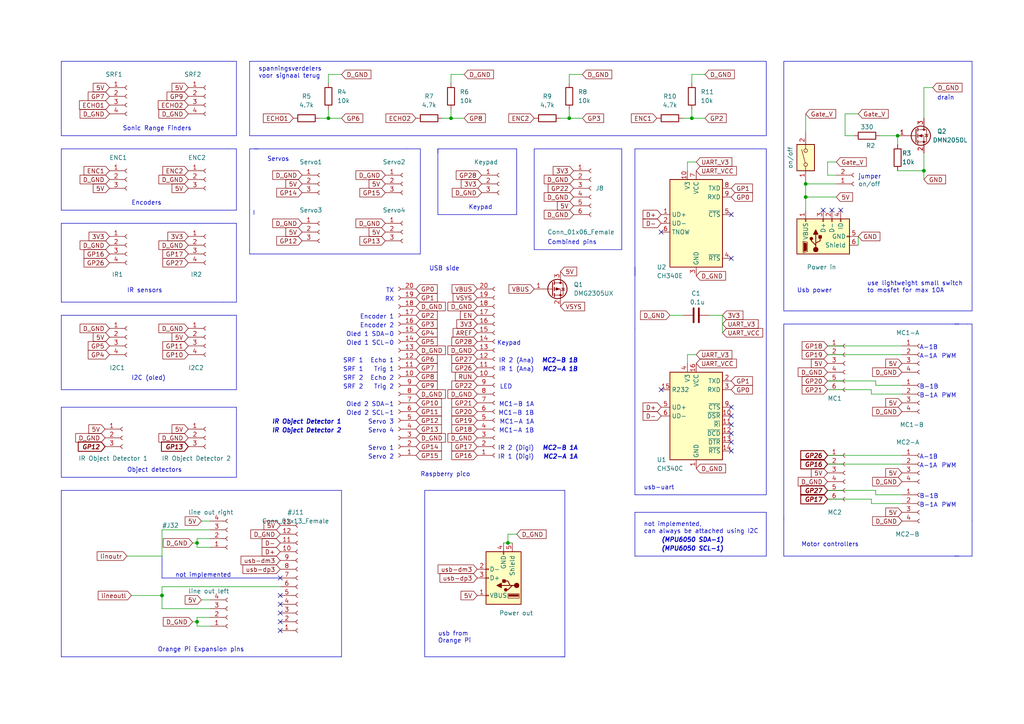
<source format=kicad_sch>
(kicad_sch (version 20230121) (generator eeschema)
  (paper "A4")
  (title_block (date "2023-06-09") (rev "0.8"))
  (junction (at 233.68 53.34))
  (junction (at 130.81 34.29))
  (junction (at 147.32 157.48))
  (junction (at 233.68 57.15))
  (junction (at 57.15 180.34))
  (junction (at 165.1 34.29))
  (junction (at 267.97 49.53))
  (junction (at 46.99 172.72))
  (junction (at 260.35 39.37))
  (junction (at 95.25 34.29))
  (junction (at 200.66 34.29))
  (junction (at 57.15 157.48))
  (no_connect (at 243.84 60.96))
  (no_connect (at 212.09 74.93))
  (no_connect (at 241.3 60.96))
  (no_connect (at 81.28 167.64))
  (no_connect (at 81.28 180.34))
  (no_connect (at 212.09 123.19))
  (no_connect (at 212.09 125.73))
  (no_connect (at 212.09 128.27))
  (no_connect (at 212.09 130.81))
  (no_connect (at 212.09 120.65))
  (no_connect (at 212.09 118.11))
  (no_connect (at 191.77 113.03))
  (no_connect (at 191.77 67.31))
  (no_connect (at 238.76 60.96))
  (no_connect (at 81.28 182.88))
  (no_connect (at 212.09 62.23))
  (no_connect (at 81.28 175.26))
  (no_connect (at 81.28 177.8))
  (no_connect (at 81.28 172.72))
  (wire (pts (xy 36.83 161.29) (xy 46.99 161.29)))
  (wire (pts (xy 55.88 157.48) (xy 57.15 157.48)))
  (wire (pts (xy 38.1 172.72) (xy 46.99 172.72)))
  (polyline (pts (xy 281.94 17.78) (xy 227.33 17.78)))
  (wire (pts (xy 240.03 50.8) (xy 242.57 50.8)))
  (polyline (pts (xy 46.99 161.29) (xy 46.99 167.64)))
  (polyline (pts (xy 281.94 151.13) (xy 281.94 161.29)))
  (polyline (pts (xy 73.66 62.23) (xy 73.66 60.96)))
  (polyline (pts (xy 163.83 189.23) (xy 163.83 190.5)))
  (wire (pts (xy 57.15 181.61) (xy 57.15 180.34)))
  (polyline (pts (xy 99.06 142.24) (xy 17.78 142.24)))
  (polyline (pts (xy 17.78 64.77) (xy 64.77 64.77)))
  (wire (pts (xy 245.11 39.37) (xy 247.65 39.37)))
  (polyline (pts (xy 227.33 93.98) (xy 227.33 151.13)))
  (wire (pts (xy 57.15 179.07) (xy 60.96 179.07)))
  (polyline (pts (xy 121.92 73.66) (xy 121.92 43.18)))
  (wire (pts (xy 254 143.51) (xy 261.62 143.51)))
  (wire (pts (xy 240.03 110.49) (xy 254 110.49)))
  (polyline (pts (xy 17.78 118.11) (xy 17.78 138.43)))
  (polyline (pts (xy 17.78 142.24) (xy 17.78 190.5)))
  (polyline (pts (xy 99.06 190.5) (xy 99.06 142.24)))
  (polyline (pts (xy 127 62.23) (xy 149.86 62.23)))
  (polyline (pts (xy 149.86 62.23) (xy 149.86 43.18)))
  (wire (pts (xy 55.88 180.34) (xy 57.15 180.34)))
  (polyline (pts (xy 227.33 149.86) (xy 227.33 161.29)))
  (wire (pts (xy 254 142.24) (xy 254 143.51)))
  (wire (pts (xy 198.12 34.29) (xy 200.66 34.29)))
  (wire (pts (xy 201.93 102.87) (xy 199.39 102.87)))
  (polyline (pts (xy 184.15 148.59) (xy 222.25 148.59)))
  (wire (pts (xy 252.73 146.05) (xy 261.62 146.05)))
  (wire (pts (xy 267.97 25.4) (xy 270.51 25.4)))
  (wire (pts (xy 201.93 46.99) (xy 199.39 46.99)))
  (polyline (pts (xy 149.86 43.18) (xy 127 43.18)))
  (wire (pts (xy 252.73 113.03) (xy 252.73 114.3)))
  (polyline (pts (xy 222.25 143.51) (xy 222.25 95.25)))
  (wire (pts (xy 95.25 21.59) (xy 95.25 24.13)))
  (polyline (pts (xy 163.83 142.24) (xy 163.83 189.23)))
  (wire (pts (xy 260.35 39.37) (xy 260.35 41.91)))
  (wire (pts (xy 168.91 21.59) (xy 165.1 21.59)))
  (wire (pts (xy 60.96 181.61) (xy 57.15 181.61)))
  (polyline (pts (xy 73.66 43.18) (xy 118.11 43.18)))
  (polyline (pts (xy 222.25 43.18) (xy 222.25 77.47)))
  (polyline (pts (xy 227.33 90.17) (xy 281.94 90.17)))
  (polyline (pts (xy 163.83 190.5) (xy 123.19 190.5)))
  (polyline (pts (xy 218.44 39.37) (xy 222.25 39.37)))
  (polyline (pts (xy 123.19 142.24) (xy 124.46 142.24)))
  (wire (pts (xy 252.73 114.3) (xy 261.62 114.3)))
  (polyline (pts (xy 17.78 17.78) (xy 68.58 17.78)))
  (polyline (pts (xy 184.15 43.18) (xy 184.15 80.01)))
  (polyline (pts (xy 72.39 73.66) (xy 73.66 73.66)))
  (wire (pts (xy 233.68 53.34) (xy 233.68 57.15)))
  (wire (pts (xy 46.99 170.18) (xy 81.28 170.18)))
  (polyline (pts (xy 17.78 64.77) (xy 17.78 87.63)))
  (polyline (pts (xy 184.15 161.29) (xy 184.15 148.59)))
  (wire (pts (xy 194.31 91.44) (xy 198.12 91.44)))
  (polyline (pts (xy 68.58 113.03) (xy 68.58 91.44)))
  (wire (pts (xy 242.57 46.99) (xy 240.03 46.99)))
  (wire (pts (xy 240.03 113.03) (xy 252.73 113.03)))
  (polyline (pts (xy 17.78 39.37) (xy 68.58 39.37)))
  (polyline (pts (xy 124.46 142.24) (xy 163.83 142.24)))
  (polyline (pts (xy 17.78 60.96) (xy 66.04 60.96)))
  (polyline (pts (xy 227.33 161.29) (xy 278.13 161.29)))
  (wire (pts (xy 57.15 157.48) (xy 57.15 156.21)))
  (polyline (pts (xy 74.93 43.18) (xy 72.39 43.18)))
  (wire (pts (xy 46.99 172.72) (xy 46.99 176.53)))
  (polyline (pts (xy 280.67 93.98) (xy 281.94 93.98)))
  (wire (pts (xy 148.59 157.48) (xy 147.32 157.48)))
  (polyline (pts (xy 46.99 167.64) (xy 81.28 167.64)))
  (polyline (pts (xy 72.39 39.37) (xy 218.44 39.37)))
  (wire (pts (xy 252.73 144.78) (xy 252.73 146.05)))
  (wire (pts (xy 254 110.49) (xy 254 111.76)))
  (wire (pts (xy 245.11 33.02) (xy 245.11 39.37)))
  (polyline (pts (xy 154.94 43.18) (xy 180.34 43.18)))
  (wire (pts (xy 165.1 21.59) (xy 165.1 24.13)))
  (polyline (pts (xy 218.44 17.78) (xy 222.25 17.78)))
  (wire (pts (xy 204.47 21.59) (xy 200.66 21.59)))
  (polyline (pts (xy 154.94 43.18) (xy 154.94 72.39)))
  (wire (pts (xy 267.97 49.53) (xy 267.97 52.07)))
  (wire (pts (xy 95.25 34.29) (xy 95.25 31.75)))
  (polyline (pts (xy 127 43.18) (xy 127 44.45)))
  (wire (pts (xy 130.81 21.59) (xy 134.62 21.59)))
  (wire (pts (xy 92.71 34.29) (xy 95.25 34.29)))
  (wire (pts (xy 240.03 100.33) (xy 261.62 100.33)))
  (polyline (pts (xy 67.31 87.63) (xy 68.58 87.63)))
  (wire (pts (xy 240.03 132.08) (xy 261.62 132.08)))
  (wire (pts (xy 205.74 91.44) (xy 209.55 91.44)))
  (wire (pts (xy 267.97 44.45) (xy 267.97 49.53)))
  (polyline (pts (xy 127 43.18) (xy 127 62.23)))
  (wire (pts (xy 233.68 57.15) (xy 242.57 57.15)))
  (wire (pts (xy 130.81 34.29) (xy 134.62 34.29)))
  (polyline (pts (xy 66.04 60.96) (xy 68.58 60.96)))
  (wire (pts (xy 199.39 46.99) (xy 199.39 49.53)))
  (polyline (pts (xy 64.77 87.63) (xy 67.31 87.63)))
  (polyline (pts (xy 227.33 93.98) (xy 278.13 93.98)))
  (polyline (pts (xy 17.78 17.78) (xy 17.78 39.37)))
  (polyline (pts (xy 118.11 43.18) (xy 121.92 43.18)))
  (polyline (pts (xy 58.42 91.44) (xy 68.58 91.44)))
  (wire (pts (xy 260.35 49.53) (xy 267.97 49.53)))
  (wire (pts (xy 200.66 34.29) (xy 200.66 31.75)))
  (wire (pts (xy 46.99 153.67) (xy 60.96 153.67)))
  (polyline (pts (xy 68.58 17.78) (xy 68.58 39.37)))
  (polyline (pts (xy 227.33 17.78) (xy 227.33 90.17)))
  (wire (pts (xy 57.15 156.21) (xy 60.96 156.21)))
  (polyline (pts (xy 180.34 72.39) (xy 154.94 72.39)))
  (polyline (pts (xy 184.15 43.18) (xy 222.25 43.18)))
  (polyline (pts (xy 123.19 189.23) (xy 123.19 142.24)))
  (wire (pts (xy 254 111.76) (xy 261.62 111.76)))
  (wire (pts (xy 240.03 46.99) (xy 240.03 50.8)))
  (polyline (pts (xy 281.94 90.17) (xy 281.94 17.78)))
  (wire (pts (xy 58.42 173.99) (xy 60.96 173.99)))
  (polyline (pts (xy 184.15 143.51) (xy 222.25 143.51)))
  (wire (pts (xy 233.68 57.15) (xy 233.68 60.96)))
  (polyline (pts (xy 184.15 95.25) (xy 184.15 143.51)))
  (polyline (pts (xy 121.92 73.66) (xy 73.66 73.66)))
  (wire (pts (xy 147.32 157.48) (xy 146.05 157.48)))
  (polyline (pts (xy 68.58 138.43) (xy 68.58 118.11)))
  (wire (pts (xy 204.47 34.29) (xy 200.66 34.29)))
  (polyline (pts (xy 276.86 161.29) (xy 281.94 161.29)))
  (polyline (pts (xy 180.34 43.18) (xy 180.34 72.39)))
  (wire (pts (xy 95.25 34.29) (xy 99.06 34.29)))
  (polyline (pts (xy 68.58 60.96) (xy 68.58 43.18)))
  (wire (pts (xy 147.32 154.94) (xy 147.32 157.48)))
  (polyline (pts (xy 55.88 118.11) (xy 17.78 118.11)))
  (polyline (pts (xy 276.86 93.98) (xy 280.67 93.98)))
  (wire (pts (xy 46.99 176.53) (xy 60.96 176.53)))
  (polyline (pts (xy 55.88 118.11) (xy 68.58 118.11)))
  (wire (pts (xy 128.27 34.29) (xy 130.81 34.29)))
  (wire (pts (xy 46.99 153.67) (xy 46.99 161.29)))
  (wire (pts (xy 240.03 142.24) (xy 254 142.24)))
  (polyline (pts (xy 222.25 161.29) (xy 184.15 161.29)))
  (polyline (pts (xy 17.78 190.5) (xy 99.06 190.5)))
  (polyline (pts (xy 222.25 77.47) (xy 222.25 95.25)))
  (polyline (pts (xy 64.77 64.77) (xy 68.58 64.77)))
  (wire (pts (xy 60.96 158.75) (xy 57.15 158.75)))
  (polyline (pts (xy 17.78 113.03) (xy 58.42 113.03)))
  (wire (pts (xy 255.27 39.37) (xy 260.35 39.37)))
  (polyline (pts (xy 72.39 17.78) (xy 72.39 39.37)))
  (wire (pts (xy 267.97 34.29) (xy 267.97 25.4)))
  (wire (pts (xy 165.1 34.29) (xy 165.1 31.75)))
  (wire (pts (xy 57.15 180.34) (xy 57.15 179.07)))
  (wire (pts (xy 209.55 91.44) (xy 209.55 96.52)))
  (polyline (pts (xy 184.15 95.25) (xy 184.15 77.47)))
  (wire (pts (xy 130.81 24.13) (xy 130.81 21.59)))
  (polyline (pts (xy 66.04 43.18) (xy 68.58 43.18)))
  (wire (pts (xy 99.06 21.59) (xy 95.25 21.59)))
  (polyline (pts (xy 222.25 39.37) (xy 222.25 17.78)))
  (wire (pts (xy 248.92 68.58) (xy 248.92 71.12)))
  (polyline (pts (xy 17.78 43.18) (xy 66.04 43.18)))
  (wire (pts (xy 162.56 34.29) (xy 165.1 34.29)))
  (polyline (pts (xy 58.42 91.44) (xy 17.78 91.44)))
  (polyline (pts (xy 68.58 87.63) (xy 68.58 64.77)))
  (wire (pts (xy 200.66 21.59) (xy 200.66 24.13)))
  (polyline (pts (xy 17.78 91.44) (xy 17.78 113.03)))
  (wire (pts (xy 240.03 102.87) (xy 261.62 102.87)))
  (polyline (pts (xy 58.42 113.03) (xy 68.58 113.03)))
  (wire (pts (xy 240.03 144.78) (xy 252.73 144.78)))
  (wire (pts (xy 233.68 53.34) (xy 242.57 53.34)))
  (polyline (pts (xy 281.94 93.98) (xy 281.94 151.13)))
  (wire (pts (xy 233.68 33.02) (xy 233.68 38.1)))
  (polyline (pts (xy 17.78 87.63) (xy 64.77 87.63)))
  (polyline (pts (xy 123.19 189.23) (xy 123.19 190.5)))
  (polyline (pts (xy 222.25 148.59) (xy 222.25 161.29)))
  (polyline (pts (xy 17.78 138.43) (xy 55.88 138.43)))
  (wire (pts (xy 46.99 170.18) (xy 46.99 172.72)))
  (polyline (pts (xy 17.78 43.18) (xy 17.78 60.96)))
  (wire (pts (xy 248.92 33.02) (xy 245.11 33.02)))
  (wire (pts (xy 149.86 154.94) (xy 147.32 154.94)))
  (wire (pts (xy 130.81 34.29) (xy 130.81 31.75)))
  (polyline (pts (xy 72.39 17.78) (xy 218.44 17.78)))
  (wire (pts (xy 240.03 134.62) (xy 261.62 134.62)))
  (polyline (pts (xy 72.39 43.18) (xy 72.39 73.66)))
  (wire (pts (xy 199.39 102.87) (xy 199.39 105.41)))
  (wire (pts (xy 58.42 151.13) (xy 60.96 151.13)))
  (polyline (pts (xy 55.88 138.43) (xy 68.58 138.43)))
  (wire (pts (xy 168.91 34.29) (xy 165.1 34.29)))
  (wire (pts (xy 57.15 158.75) (xy 57.15 157.48)))
  (polyline (pts (xy 163.83 190.5) (xy 162.56 190.5)))
  (text "B-1B" (at 266.7 144.78 0) (effects (font (size 1.27 1.27)) (justify left bottom)))
  (text "SRF 2" (at 105.41 113.03 0) (effects (font (size 1.27 1.27)) (justify right bottom)))
  (text "Encoders" (at 38.1 59.69 0) (effects (font (size 1.27 1.27)) (justify left bottom)))
  (text "SRF 2" (at 105.41 110.49 0) (effects (font (size 1.27 1.27)) (justify right bottom)))
  (text "Motor controllers" (at 232.41 158.75 0) (effects (font (size 1.27 1.27)) (justify left bottom)))
  (text "drain" (at 271.78 29.21 0) (effects (font (size 1.27 1.27)) (justify left bottom)))
  (text "MC1-A 1A" (at 154.94 123.19 0) (effects (font (size 1.27 1.27)) (justify right bottom)))
  (text "IR 1 (Ana)" (at 154.94 107.95 0) (effects (font (size 1.27 1.27)) (justify right bottom)))
  (text "Combined pins" (at 158.75 71.12 0) (effects (font (size 1.27 1.27)) (justify left bottom)))
  (text "use lightweight small switch\nto mosfet for max 10A" (at 251.46 85.09 0) (effects (font (size 1.27 1.27)) (justify left bottom)))
  (text "IR 2 (Ana)" (at 154.94 105.41 0) (effects (font (size 1.27 1.27)) (justify right bottom)))
  (text "Servo 1" (at 114.3 130.81 0) (effects (font (size 1.27 1.27)) (justify right bottom)))
  (text "A-1B" (at 266.7 133.35 0) (effects (font (size 1.27 1.27)) (justify left bottom)))
  (text "Orange Pi Expansion pins" (at 45.72 189.23 0) (effects (font (size 1.27 1.27)) (justify left bottom)))
  (text "Servo 2" (at 114.3 133.35 0) (effects (font (size 1.27 1.27)) (justify right bottom)))
  (text "Trig 1" (at 114.3 107.95 0) (effects (font (size 1.27 1.27)) (justify right bottom)))
  (text "Oled 2 SDA-1" (at 114.3 118.11 0) (effects (font (size 1.27 1.27)) (justify right bottom)))
  (text "SRF 1" (at 105.41 107.95 0) (effects (font (size 1.27 1.27)) (justify right bottom)))
  (text "IR 2 (Digi)" (at 154.94 130.81 0) (effects (font (size 1.27 1.27)) (justify right bottom)))
  (text "IR Object Detector 2" (at 99.06 125.73 0) (effects (font (size 1.27 1.27) (thickness 0.254) bold italic) (justify right bottom)))
  (text "A-1A" (at 266.7 135.89 0) (effects (font (size 1.27 1.27)) (justify left bottom)))
  (text "Trig 2" (at 114.3 113.03 0) (effects (font (size 1.27 1.27)) (justify right bottom)))
  (text "MC1-B 1B" (at 154.94 120.65 0) (effects (font (size 1.27 1.27)) (justify right bottom)))
  (text "Oled 1 SCL-0\n" (at 114.3 100.33 0) (effects (font (size 1.27 1.27)) (justify right bottom)))
  (text "SRF 1" (at 105.41 105.41 0) (effects (font (size 1.27 1.27)) (justify right bottom)))
  (text "LED" (at 148.59 113.03 0) (effects (font (size 1.27 1.27)) (justify right bottom)))
  (text "Keypad" (at 151.13 100.33 0) (effects (font (size 1.27 1.27)) (justify right bottom)))
  (text "Servo 4" (at 114.3 125.73 0) (effects (font (size 1.27 1.27)) (justify right bottom)))
  (text "IR Object Detector 1" (at 99.06 123.19 0) (effects (font (size 1.27 1.27) (thickness 0.254) bold italic) (justify right bottom)))
  (text "Keypad" (at 135.89 60.96 0) (effects (font (size 1.27 1.27)) (justify left bottom)))
  (text "Oled 2 SCL-1" (at 114.3 120.65 0) (effects (font (size 1.27 1.27)) (justify right bottom)))
  (text "MC2-A 1B" (at 167.64 107.95 0) (effects (font (size 1.27 1.27) (thickness 0.254) bold italic) (justify right bottom)))
  (text "Oled 1 SDA-0" (at 114.3 97.79 0) (effects (font (size 1.27 1.27)) (justify right bottom)))
  (text "MC2-B 1A" (at 167.64 130.81 0) (effects (font (size 1.27 1.27) (thickness 0.254) bold italic) (justify right bottom)))
  (text "USB side" (at 124.46 78.74 0) (effects (font (size 1.27 1.27)) (justify left bottom)))
  (text "Servo 3" (at 114.3 123.19 0) (effects (font (size 1.27 1.27)) (justify right bottom)))
  (text "Raspberry pico\n" (at 121.92 138.43 0) (effects (font (size 1.27 1.27)) (justify left bottom)))
  (text "B-1A" (at 266.7 115.57 0) (effects (font (size 1.27 1.27)) (justify left bottom)))
  (text "A-1B" (at 266.7 101.6 0) (effects (font (size 1.27 1.27)) (justify left bottom)))
  (text "MC1-A 1B" (at 154.94 125.73 0) (effects (font (size 1.27 1.27)) (justify right bottom)))
  (text "usb from\nOrange Pi" (at 127 186.69 0) (effects (font (size 1.27 1.27)) (justify left bottom)))
  (text "IR 1 (Digi)" (at 154.94 133.35 0) (effects (font (size 1.27 1.27)) (justify right bottom)))
  (text "jumper" (at 248.92 52.07 0) (effects (font (size 1.27 1.27)) (justify left bottom)))
  (text "Encoder 2" (at 114.3 95.25 0) (effects (font (size 1.27 1.27)) (justify right bottom)))
  (text "B-1A" (at 266.7 147.32 0) (effects (font (size 1.27 1.27)) (justify left bottom)))
  (text "I2C (oled)" (at 38.1 110.49 0) (effects (font (size 1.27 1.27)) (justify left bottom)))
  (text "Echo 2" (at 114.3 110.49 0) (effects (font (size 1.27 1.27)) (justify right bottom)))
  (text "(MPU6050 SDA-1)" (at 191.77 157.48 0) (effects (font (size 1.27 1.27) (thickness 0.254) bold italic) (justify left bottom)))
  (text "not implemented" (at 50.8 167.64 0) (effects (font (size 1.27 1.27)) (justify left bottom)))
  (text "TX" (at 114.3 85.09 0) (effects (font (size 1.27 1.27)) (justify right bottom)))
  (text "A-1A" (at 266.7 104.14 0) (effects (font (size 1.27 1.27)) (justify left bottom)))
  (text "Sonic Range Finders" (at 35.56 38.1 0) (effects (font (size 1.27 1.27)) (justify left bottom)))
  (text "not implemented,\ncan always be attached using I2C" (at 186.69 154.94 0) (effects (font (size 1.27 1.27)) (justify left bottom)))
  (text "Object detectors" (at 36.83 137.16 0) (effects (font (size 1.27 1.27)) (justify left bottom)))
  (text "IR sensors" (at 36.83 85.09 0) (effects (font (size 1.27 1.27)) (justify left bottom)))
  (text "Usb power" (at 231.14 85.09 0) (effects (font (size 1.27 1.27)) (justify left bottom)))
  (text "B-1B" (at 266.7 113.03 0) (effects (font (size 1.27 1.27)) (justify left bottom)))
  (text "PWM" (at 273.05 135.89 0) (effects (font (size 1.27 1.27)) (justify left bottom)))
  (text "usb-uart" (at 186.69 142.24 0) (effects (font (size 1.27 1.27)) (justify left bottom)))
  (text "PWM" (at 273.05 115.57 0) (effects (font (size 1.27 1.27)) (justify left bottom)))
  (text "(MPU6050 SCL-1)" (at 191.77 160.02 0) (effects (font (size 1.27 1.27) (thickness 0.254) bold italic) (justify left bottom)))
  (text "PWM" (at 273.05 104.14 0) (effects (font (size 1.27 1.27)) (justify left bottom)))
  (text "MC2-A 1A" (at 167.64 133.35 0) (effects (font (size 1.27 1.27) (thickness 0.254) bold italic) (justify right bottom)))
  (text "spanningsverdelers\nvoor signaal terug" (at 74.93 22.86 0) (effects (font (size 1.27 1.27)) (justify left bottom)))
  (text "Servos" (at 77.47 46.99 0) (effects (font (size 1.27 1.27)) (justify left bottom)))
  (text "PWM" (at 273.05 147.32 0) (effects (font (size 1.27 1.27)) (justify left bottom)))
  (text "RX" (at 114.3 87.63 0) (effects (font (size 1.27 1.27)) (justify right bottom)))
  (text "MC2-B 1B" (at 167.64 105.41 0) (effects (font (size 1.27 1.27) (thickness 0.254) bold italic) (justify right bottom)))
  (text "Echo 1" (at 114.3 105.41 0) (effects (font (size 1.27 1.27)) (justify right bottom)))
  (text "MC1-B 1A" (at 154.94 118.11 0) (effects (font (size 1.27 1.27)) (justify right bottom)))
  (text "Encoder 1" (at 114.3 92.71 0) (effects (font (size 1.27 1.27)) (justify right bottom)))
  (global_label "GP12" (shape input) (at 30.48 129.54 180) (effects (font (thickness 0.254) bold italic)) (property "Intersheetrefs" "${INTERSHEET_REFS}" (effects hide)))
  (global_label "GP21" (shape input) (at 240.03 113.03 180) (property "Intersheetrefs" "${INTERSHEET_REFS}" (effects hide)))
  (global_label "GND" (shape input) (at 248.92 68.58 0) (property "Intersheetrefs" "${INTERSHEET_REFS}" (effects hide)))
  (global_label "5V" (shape input) (at 261.62 105.41 180) (property "Intersheetrefs" "${INTERSHEET_REFS}" (effects hide)))
  (global_label "3V3" (shape input) (at 139.7 53.34 180) (property "Intersheetrefs" "${INTERSHEET_REFS}" (effects hide)))
  (global_label "5V" (shape input) (at 30.48 124.46 180) (property "Intersheetrefs" "${INTERSHEET_REFS}" (effects hide)))
  (global_label "GP14" (shape input) (at 87.63 55.88 180) (property "Intersheetrefs" "${INTERSHEET_REFS}" (effects hide)))
  (global_label "Gate_V" (shape input) (at 242.57 46.99 0) (property "Intersheetrefs" "${INTERSHEET_REFS}" (effects hide)))
  (global_label "D_GND" (shape input) (at 149.86 154.94 0) (property "Intersheetrefs" "${INTERSHEET_REFS}" (effects hide)))
  (global_label "5V" (shape input) (at 81.28 152.4 180) (property "Intersheetrefs" "${INTERSHEET_REFS}" (effects hide)))
  (global_label "GP18" (shape input) (at 138.43 124.46 180) (property "Intersheetrefs" "${INTERSHEET_REFS}" (effects hide)))
  (global_label "GP4" (shape input) (at 120.65 96.52 0) (property "Intersheetrefs" "${INTERSHEET_REFS}" (effects hide)))
  (global_label "D_GND" (shape input) (at 138.43 114.3 180) (property "Intersheetrefs" "${INTERSHEET_REFS}" (effects hide)))
  (global_label "5V" (shape input) (at 240.03 105.41 180) (property "Intersheetrefs" "${INTERSHEET_REFS}" (effects hide)))
  (global_label "D_GND" (shape input) (at 166.37 57.15 180) (property "Intersheetrefs" "${INTERSHEET_REFS}" (effects hide)))
  (global_label "UART_V3" (shape input) (at 209.55 93.98 0) (property "Intersheetrefs" "${INTERSHEET_REFS}" (effects hide)))
  (global_label "GP1" (shape input) (at 212.09 54.61 0) (property "Intersheetrefs" "${INTERSHEET_REFS}" (effects hide)))
  (global_label "GP16" (shape input) (at 240.03 134.62 180) (effects (font (thickness 0.254) bold italic)) (property "Intersheetrefs" "${INTERSHEET_REFS}" (effects hide)))
  (global_label "GP27" (shape input) (at 54.61 76.2 180) (property "Intersheetrefs" "${INTERSHEET_REFS}" (effects hide)))
  (global_label "GP12" (shape input) (at 87.63 69.85 180) (property "Intersheetrefs" "${INTERSHEET_REFS}" (effects hide)))
  (global_label "GP16" (shape input) (at 31.75 73.66 180) (property "Intersheetrefs" "${INTERSHEET_REFS}" (effects hide)))
  (global_label "usb-dm3" (shape input) (at 138.43 165.1 180) (property "Intersheetrefs" "${INTERSHEET_REFS}" (effects hide)))
  (global_label "D_GND" (shape input) (at 194.31 91.44 180) (property "Intersheetrefs" "${INTERSHEET_REFS}" (effects hide)))
  (global_label "D_GND" (shape input) (at 139.7 55.88 180) (property "Intersheetrefs" "${INTERSHEET_REFS}" (effects hide)))
  (global_label "GP2" (shape input) (at 120.65 91.44 0) (property "Intersheetrefs" "${INTERSHEET_REFS}" (effects hide)))
  (global_label "GP17" (shape input) (at 54.61 73.66 180) (property "Intersheetrefs" "${INTERSHEET_REFS}" (effects hide)))
  (global_label "GP6" (shape input) (at 99.06 34.29 0) (property "Intersheetrefs" "${INTERSHEET_REFS}" (effects hide)))
  (global_label "D_GND" (shape input) (at 99.06 21.59 0) (property "Intersheetrefs" "${INTERSHEET_REFS}" (effects hide)))
  (global_label "GP10" (shape input) (at 120.65 116.84 0) (property "Intersheetrefs" "${INTERSHEET_REFS}" (effects hide)))
  (global_label "D_GND" (shape input) (at 138.43 127 180) (property "Intersheetrefs" "${INTERSHEET_REFS}" (effects hide)))
  (global_label "D_GND" (shape input) (at 261.62 119.38 180) (property "Intersheetrefs" "${INTERSHEET_REFS}" (effects hide)))
  (global_label "GP3" (shape input) (at 120.65 93.98 0) (property "Intersheetrefs" "${INTERSHEET_REFS}" (effects hide)))
  (global_label "D_GND" (shape input) (at 87.63 64.77 180) (property "Intersheetrefs" "${INTERSHEET_REFS}" (effects hide)))
  (global_label "D_GND" (shape input) (at 54.61 71.12 180) (property "Intersheetrefs" "${INTERSHEET_REFS}" (effects hide)))
  (global_label "D_GND" (shape input) (at 261.62 151.13 180) (property "Intersheetrefs" "${INTERSHEET_REFS}" (effects hide)))
  (global_label "D_GND" (shape input) (at 54.61 127 180) (property "Intersheetrefs" "${INTERSHEET_REFS}" (effects hide)))
  (global_label "GP9" (shape input) (at 54.61 27.94 180) (property "Intersheetrefs" "${INTERSHEET_REFS}" (effects hide)))
  (global_label "GP5" (shape input) (at 31.75 100.33 180) (property "Intersheetrefs" "${INTERSHEET_REFS}" (effects hide)))
  (global_label "5V" (shape input) (at 261.62 116.84 180) (property "Intersheetrefs" "${INTERSHEET_REFS}" (effects hide)))
  (global_label "3V3" (shape input) (at 166.37 49.53 180) (property "Intersheetrefs" "${INTERSHEET_REFS}" (effects hide)))
  (global_label "GP26" (shape input) (at 31.75 76.2 180) (property "Intersheetrefs" "${INTERSHEET_REFS}" (effects hide)))
  (global_label "D_GND" (shape input) (at 120.65 114.3 0) (property "Intersheetrefs" "${INTERSHEET_REFS}" (effects hide)))
  (global_label "ECHO1" (shape input) (at 31.75 30.48 180) (property "Intersheetrefs" "${INTERSHEET_REFS}" (effects hide)))
  (global_label "5V" (shape input) (at 111.76 53.34 180) (property "Intersheetrefs" "${INTERSHEET_REFS}" (effects hide)))
  (global_label "D_GND" (shape input) (at 270.51 25.4 0) (property "Intersheetrefs" "${INTERSHEET_REFS}" (effects hide)))
  (global_label "ENC1" (shape input) (at 31.75 49.53 180) (property "Intersheetrefs" "${INTERSHEET_REFS}" (effects hide)))
  (global_label "GP13" (shape input) (at 120.65 124.46 0) (property "Intersheetrefs" "${INTERSHEET_REFS}" (effects hide)))
  (global_label "D_GND" (shape input) (at 201.93 135.89 0) (property "Intersheetrefs" "${INTERSHEET_REFS}" (effects hide)))
  (global_label "ECHO1" (shape input) (at 85.09 34.29 180) (property "Intersheetrefs" "${INTERSHEET_REFS}" (effects hide)))
  (global_label "5V" (shape input) (at 58.42 151.13 180) (property "Intersheetrefs" "${INTERSHEET_REFS}" (effects hide)))
  (global_label "5V" (shape input) (at 31.75 54.61 180) (property "Intersheetrefs" "${INTERSHEET_REFS}" (effects hide)))
  (global_label "GP16" (shape input) (at 138.43 132.08 180) (property "Intersheetrefs" "${INTERSHEET_REFS}" (effects hide)))
  (global_label "D_GND" (shape input) (at 31.75 71.12 180) (property "Intersheetrefs" "${INTERSHEET_REFS}" (effects hide)))
  (global_label "GP3" (shape input) (at 168.91 34.29 0) (property "Intersheetrefs" "${INTERSHEET_REFS}" (effects hide)))
  (global_label "GP15" (shape input) (at 111.76 55.88 180) (property "Intersheetrefs" "${INTERSHEET_REFS}" (effects hide)))
  (global_label "D_GND" (shape input) (at 31.75 52.07 180) (property "Intersheetrefs" "${INTERSHEET_REFS}" (effects hide)))
  (global_label "GP1" (shape input) (at 212.09 110.49 0) (property "Intersheetrefs" "${INTERSHEET_REFS}" (effects hide)))
  (global_label "GP28" (shape input) (at 139.7 50.8 180) (property "Intersheetrefs" "${INTERSHEET_REFS}" (effects hide)))
  (global_label "linoutr" (shape input) (at 36.83 161.29 180) (property "Intersheetrefs" "${INTERSHEET_REFS}" (effects hide)))
  (global_label "D_GND" (shape input) (at 30.48 127 180) (property "Intersheetrefs" "${INTERSHEET_REFS}" (effects hide)))
  (global_label "GP6" (shape input) (at 120.65 104.14 0) (property "Intersheetrefs" "${INTERSHEET_REFS}" (effects hide)))
  (global_label "D_GND" (shape input) (at 134.62 21.59 0) (property "Intersheetrefs" "${INTERSHEET_REFS}" (effects hide)))
  (global_label "GP4" (shape input) (at 31.75 102.87 180) (property "Intersheetrefs" "${INTERSHEET_REFS}" (effects hide)))
  (global_label "GP14" (shape input) (at 120.65 129.54 0) (property "Intersheetrefs" "${INTERSHEET_REFS}" (effects hide)))
  (global_label "5V" (shape input) (at 31.75 25.4 180) (property "Intersheetrefs" "${INTERSHEET_REFS}" (effects hide)))
  (global_label "VSYS" (shape input) (at 138.43 86.36 180) (property "Intersheetrefs" "${INTERSHEET_REFS}" (effects hide)))
  (global_label "ENC2" (shape input) (at 54.61 49.53 180) (property "Intersheetrefs" "${INTERSHEET_REFS}" (effects hide)))
  (global_label "usb-dp3" (shape input) (at 81.28 165.1 180) (property "Intersheetrefs" "${INTERSHEET_REFS}" (effects hide)))
  (global_label "D_GND" (shape input) (at 240.03 139.7 180) (property "Intersheetrefs" "${INTERSHEET_REFS}" (effects hide)))
  (global_label "D_GND" (shape input) (at 31.75 95.25 180) (property "Intersheetrefs" "${INTERSHEET_REFS}" (effects hide)))
  (global_label "GP18" (shape input) (at 240.03 100.33 180) (property "Intersheetrefs" "${INTERSHEET_REFS}" (effects hide)))
  (global_label "GP27" (shape input) (at 138.43 104.14 180) (property "Intersheetrefs" "${INTERSHEET_REFS}" (effects hide)))
  (global_label "UART_VCC" (shape input) (at 201.93 49.53 0) (property "Intersheetrefs" "${INTERSHEET_REFS}" (effects hide)))
  (global_label "RUN" (shape input) (at 138.43 109.22 180) (property "Intersheetrefs" "${INTERSHEET_REFS}" (effects hide)))
  (global_label "GP9" (shape input) (at 120.65 111.76 0) (property "Intersheetrefs" "${INTERSHEET_REFS}" (effects hide)))
  (global_label "5V" (shape input) (at 58.42 173.99 180) (property "Intersheetrefs" "${INTERSHEET_REFS}" (effects hide)))
  (global_label "D_GND" (shape input) (at 111.76 50.8 180) (property "Intersheetrefs" "${INTERSHEET_REFS}" (effects hide)))
  (global_label "GP5" (shape input) (at 120.65 99.06 0) (property "Intersheetrefs" "${INTERSHEET_REFS}" (effects hide)))
  (global_label "D_GND" (shape input) (at 31.75 33.02 180) (property "Intersheetrefs" "${INTERSHEET_REFS}" (effects hide)))
  (global_label "3V3" (shape input) (at 54.61 68.58 180) (property "Intersheetrefs" "${INTERSHEET_REFS}" (effects hide)))
  (global_label "5V" (shape input) (at 87.63 67.31 180) (property "Intersheetrefs" "${INTERSHEET_REFS}" (effects hide)))
  (global_label "D_GND" (shape input) (at 138.43 88.9 180) (property "Intersheetrefs" "${INTERSHEET_REFS}" (effects hide)))
  (global_label "D_GND" (shape input) (at 54.61 52.07 180) (property "Intersheetrefs" "${INTERSHEET_REFS}" (effects hide)))
  (global_label "usb-dm3" (shape input) (at 81.28 162.56 180) (property "Intersheetrefs" "${INTERSHEET_REFS}" (effects hide)))
  (global_label "5V" (shape input) (at 240.03 137.16 180) (property "Intersheetrefs" "${INTERSHEET_REFS}" (effects hide)))
  (global_label "ENC2" (shape input) (at 154.94 34.29 180) (property "Intersheetrefs" "${INTERSHEET_REFS}" (effects hide)))
  (global_label "GP21" (shape input) (at 138.43 116.84 180) (property "Intersheetrefs" "${INTERSHEET_REFS}" (effects hide)))
  (global_label "GP0" (shape input) (at 212.09 57.15 0) (property "Intersheetrefs" "${INTERSHEET_REFS}" (effects hide)))
  (global_label "GP10" (shape input) (at 54.61 102.87 180) (property "Intersheetrefs" "${INTERSHEET_REFS}" (effects hide)))
  (global_label "GP13" (shape input) (at 111.76 69.85 180) (property "Intersheetrefs" "${INTERSHEET_REFS}" (effects hide)))
  (global_label "GP22" (shape input) (at 138.43 111.76 180) (property "Intersheetrefs" "${INTERSHEET_REFS}" (effects hide)))
  (global_label "AREF" (shape input) (at 138.43 96.52 180) (property "Intersheetrefs" "${INTERSHEET_REFS}" (effects hide)))
  (global_label "GP7" (shape input) (at 120.65 106.68 0) (property "Intersheetrefs" "${INTERSHEET_REFS}" (effects hide)))
  (global_label "D-" (shape input) (at 191.77 64.77 180) (property "Intersheetrefs" "${INTERSHEET_REFS}" (effects hide)))
  (global_label "GP12" (shape input) (at 120.65 121.92 0) (property "Intersheetrefs" "${INTERSHEET_REFS}" (effects hide)))
  (global_label "D_GND" (shape input) (at 55.88 157.48 180) (property "Intersheetrefs" "${INTERSHEET_REFS}" (effects hide)))
  (global_label "5V" (shape input) (at 261.62 148.59 180) (property "Intersheetrefs" "${INTERSHEET_REFS}" (effects hide)))
  (global_label "5V" (shape input) (at 31.75 97.79 180) (property "Intersheetrefs" "${INTERSHEET_REFS}" (effects hide)))
  (global_label "D_GND" (shape input) (at 81.28 154.94 180) (property "Intersheetrefs" "${INTERSHEET_REFS}" (effects hide)))
  (global_label "5V" (shape input) (at 111.76 67.31 180) (property "Intersheetrefs" "${INTERSHEET_REFS}" (effects hide)))
  (global_label "UART_VCC" (shape input) (at 201.93 105.41 0) (property "Intersheetrefs" "${INTERSHEET_REFS}" (effects hide)))
  (global_label "5V" (shape input) (at 87.63 53.34 180) (property "Intersheetrefs" "${INTERSHEET_REFS}" (effects hide)))
  (global_label "D_GND" (shape input) (at 111.76 64.77 180) (property "Intersheetrefs" "${INTERSHEET_REFS}" (effects hide)))
  (global_label "D+" (shape input) (at 191.77 62.23 180) (property "Intersheetrefs" "${INTERSHEET_REFS}" (effects hide)))
  (global_label "D_GND" (shape input) (at 261.62 139.7 180) (property "Intersheetrefs" "${INTERSHEET_REFS}" (effects hide)))
  (global_label "D_GND" (shape input) (at 166.37 62.23 180) (property "Intersheetrefs" "${INTERSHEET_REFS}" (effects hide)))
  (global_label "GP8" (shape input) (at 134.62 34.29 0) (property "Intersheetrefs" "${INTERSHEET_REFS}" (effects hide)))
  (global_label "5V" (shape input) (at 242.57 57.15 0) (property "Intersheetrefs" "${INTERSHEET_REFS}" (effects hide)))
  (global_label "GP0" (shape input) (at 120.65 83.82 0) (property "Intersheetrefs" "${INTERSHEET_REFS}" (effects hide)))
  (global_label "D-" (shape input) (at 191.77 120.65 180) (property "Intersheetrefs" "${INTERSHEET_REFS}" (effects hide)))
  (global_label "Gate_V" (shape input) (at 233.68 33.02 0) (property "Intersheetrefs" "${INTERSHEET_REFS}" (effects hide)))
  (global_label "GP17" (shape input) (at 240.03 144.78 180) (effects (font (thickness 0.254) bold italic)) (property "Intersheetrefs" "${INTERSHEET_REFS}" (effects hide)))
  (global_label "UART_V3" (shape input) (at 201.93 46.99 0) (property "Intersheetrefs" "${INTERSHEET_REFS}" (effects hide)))
  (global_label "D_GND" (shape input) (at 87.63 50.8 180) (property "Intersheetrefs" "${INTERSHEET_REFS}" (effects hide)))
  (global_label "D_GND" (shape input) (at 240.03 107.95 180) (property "Intersheetrefs" "${INTERSHEET_REFS}" (effects hide)))
  (global_label "ENC1" (shape input) (at 190.5 34.29 180) (property "Intersheetrefs" "${INTERSHEET_REFS}" (effects hide)))
  (global_label "D_GND" (shape input) (at 168.91 21.59 0) (property "Intersheetrefs" "${INTERSHEET_REFS}" (effects hide)))
  (global_label "D-" (shape input) (at 81.28 157.48 180) (property "Intersheetrefs" "${INTERSHEET_REFS}" (effects hide)))
  (global_label "ECHO2" (shape input) (at 120.65 34.29 180) (property "Intersheetrefs" "${INTERSHEET_REFS}" (effects hide)))
  (global_label "5V" (shape input) (at 54.61 97.79 180) (property "Intersheetrefs" "${INTERSHEET_REFS}" (effects hide)))
  (global_label "GP15" (shape input) (at 120.65 132.08 0) (property "Intersheetrefs" "${INTERSHEET_REFS}" (effects hide)))
  (global_label "GP27" (shape input) (at 240.03 142.24 180) (effects (font (thickness 0.254) bold italic)) (property "Intersheetrefs" "${INTERSHEET_REFS}" (effects hide)))
  (global_label "GP13" (shape input) (at 54.61 129.54 180) (effects (font bold italic)) (property "Intersheetrefs" "${INTERSHEET_REFS}" (effects hide)))
  (global_label "D_GND" (shape input) (at 204.47 21.59 0) (property "Intersheetrefs" "${INTERSHEET_REFS}" (effects hide)))
  (global_label "D_GND" (shape input) (at 120.65 101.6 0) (property "Intersheetrefs" "${INTERSHEET_REFS}" (effects hide)))
  (global_label "3V3" (shape input) (at 138.43 93.98 180) (property "Intersheetrefs" "${INTERSHEET_REFS}" (effects hide)))
  (global_label "5V" (shape input) (at 54.61 54.61 180) (property "Intersheetrefs" "${INTERSHEET_REFS}" (effects hide)))
  (global_label "GP19" (shape input) (at 138.43 121.92 180) (property "Intersheetrefs" "${INTERSHEET_REFS}" (effects hide)))
  (global_label "D_GND" (shape input) (at 55.88 180.34 180) (property "Intersheetrefs" "${INTERSHEET_REFS}" (effects hide)))
  (global_label "usb-dp3" (shape input) (at 138.43 167.64 180) (property "Intersheetrefs" "${INTERSHEET_REFS}" (effects hide)))
  (global_label "VBUS" (shape input) (at 154.94 83.82 180) (property "Intersheetrefs" "${INTERSHEET_REFS}" (effects hide)))
  (global_label "ECHO2" (shape input) (at 54.61 30.48 180) (property "Intersheetrefs" "${INTERSHEET_REFS}" (effects hide)))
  (global_label "VSYS" (shape input) (at 162.56 88.9 0) (property "Intersheetrefs" "${INTERSHEET_REFS}" (effects hide)))
  (global_label "GP20" (shape input) (at 138.43 119.38 180) (property "Intersheetrefs" "${INTERSHEET_REFS}" (effects hide)))
  (global_label "Gate_V" (shape input) (at 248.92 33.02 0) (property "Intersheetrefs" "${INTERSHEET_REFS}" (effects hide)))
  (global_label "5V" (shape input) (at 138.43 172.72 180) (property "Intersheetrefs" "${INTERSHEET_REFS}" (effects hide)))
  (global_label "3V3" (shape input) (at 209.55 91.44 0) (property "Intersheetrefs" "${INTERSHEET_REFS}" (effects hide)))
  (global_label "UART_V3" (shape input) (at 201.93 102.87 0) (property "Intersheetrefs" "${INTERSHEET_REFS}" (effects hide)))
  (global_label "VBUS" (shape input) (at 138.43 83.82 180) (property "Intersheetrefs" "${INTERSHEET_REFS}" (effects hide)))
  (global_label "D_GND" (shape input) (at 201.93 80.01 0) (property "Intersheetrefs" "${INTERSHEET_REFS}" (effects hide)))
  (global_label "D_GND" (shape input) (at 166.37 52.07 180) (property "Intersheetrefs" "${INTERSHEET_REFS}" (effects hide)))
  (global_label "D_GND" (shape input) (at 54.61 33.02 180) (property "Intersheetrefs" "${INTERSHEET_REFS}" (effects hide)))
  (global_label "5V" (shape input) (at 162.56 78.74 0) (property "Intersheetrefs" "${INTERSHEET_REFS}" (effects hide)))
  (global_label "GND" (shape input) (at 267.97 52.07 0) (property "Intersheetrefs" "${INTERSHEET_REFS}" (effects hide)))
  (global_label "D_GND" (shape input) (at 120.65 88.9 0) (property "Intersheetrefs" "${INTERSHEET_REFS}" (effects hide)))
  (global_label "D_GND" (shape input) (at 54.61 95.25 180) (property "Intersheetrefs" "${INTERSHEET_REFS}" (effects hide)))
  (global_label "GP20" (shape input) (at 240.03 110.49 180) (property "Intersheetrefs" "${INTERSHEET_REFS}" (effects hide)))
  (global_label "GP26" (shape input) (at 240.03 132.08 180) (effects (font (thickness 0.254) bold italic)) (property "Intersheetrefs" "${INTERSHEET_REFS}" (effects hide)))
  (global_label "3V3" (shape input) (at 31.75 68.58 180) (property "Intersheetrefs" "${INTERSHEET_REFS}" (effects hide)))
  (global_label "D_GND" (shape input) (at 120.65 127 0) (property "Intersheetrefs" "${INTERSHEET_REFS}" (effects hide)))
  (global_label "GP22" (shape input) (at 166.37 54.61 180) (property "Intersheetrefs" "${INTERSHEET_REFS}" (effects hide)))
  (global_label "5V" (shape input) (at 54.61 124.46 180) (property "Intersheetrefs" "${INTERSHEET_REFS}" (effects hide)))
  (global_label "5V" (shape input) (at 261.62 137.16 180) (property "Intersheetrefs" "${INTERSHEET_REFS}" (effects hide)))
  (global_label "GP11" (shape input) (at 54.61 100.33 180) (property "Intersheetrefs" "${INTERSHEET_REFS}" (effects hide)))
  (global_label "lineoutl" (shape input) (at 38.1 172.72 180) (property "Intersheetrefs" "${INTERSHEET_REFS}" (effects hide)))
  (global_label "GP2" (shape input) (at 204.47 34.29 0) (property "Intersheetrefs" "${INTERSHEET_REFS}" (effects hide)))
  (global_label "D+" (shape input) (at 191.77 118.11 180) (property "Intersheetrefs" "${INTERSHEET_REFS}" (effects hide)))
  (global_label "D_GND" (shape input) (at 261.62 107.95 180) (property "Intersheetrefs" "${INTERSHEET_REFS}" (effects hide)))
  (global_label "D_GND" (shape input) (at 138.43 101.6 180) (property "Intersheetrefs" "${INTERSHEET_REFS}" (effects hide)))
  (global_label "GP17" (shape input) (at 138.43 129.54 180) (property "Intersheetrefs" "${INTERSHEET_REFS}" (effects hide)))
  (global_label "UART_VCC" (shape input) (at 209.55 96.52 0) (property "Intersheetrefs" "${INTERSHEET_REFS}" (effects hide)))
  (global_label "GP0" (shape input) (at 212.09 113.03 0) (property "Intersheetrefs" "${INTERSHEET_REFS}" (effects hide)))
  (global_label "GP19" (shape input) (at 240.03 102.87 180) (property "Intersheetrefs" "${INTERSHEET_REFS}" (effects hide)))
  (global_label "GP7" (shape input) (at 31.75 27.94 180) (property "Intersheetrefs" "${INTERSHEET_REFS}" (effects hide)))
  (global_label "GP8" (shape input) (at 120.65 109.22 0) (property "Intersheetrefs" "${INTERSHEET_REFS}" (effects hide)))
  (global_label "GP26" (shape input) (at 138.43 106.68 180) (property "Intersheetrefs" "${INTERSHEET_REFS}" (effects hide)))
  (global_label "5V" (shape input) (at 166.37 59.69 180) (property "Intersheetrefs" "${INTERSHEET_REFS}" (effects hide)))
  (global_label "D+" (shape input) (at 81.28 160.02 180) (property "Intersheetrefs" "${INTERSHEET_REFS}" (effects hide)))
  (global_label "EN" (shape input) (at 138.43 91.44 180) (property "Intersheetrefs" "${INTERSHEET_REFS}" (effects hide)))
  (global_label "GP28" (shape input) (at 138.43 99.06 180) (property "Intersheetrefs" "${INTERSHEET_REFS}" (effects hide)))
  (global_label "GP11" (shape input) (at 120.65 119.38 0) (property "Intersheetrefs" "${INTERSHEET_REFS}" (effects hide)))
  (global_label "GP1" (shape input) (at 120.65 86.36 0) (property "Intersheetrefs" "${INTERSHEET_REFS}" (effects hide)))
  (global_label "5V" (shape input) (at 54.61 25.4 180) (property "Intersheetrefs" "${INTERSHEET_REFS}" (effects hide)))
  (symbol (lib_id "Device:R") (at 260.35 45.72 180) (unit 1)
    (property "Reference" "R3" (at 261.62 44.45 0) (effects (justify right)))
    (property "Value" "10k" (at 261.62 46.99 0) (effects (justify right)))
    (property "Footprint" "Resistor_SMD:R_1206_3216Metric" (effects hide))
    (property "Farnell_num" "2008395" (effects hide))
    (property "Manufacturer" "BOURNS" (effects hide))
    (property "Manufacturer_num" "CR1206-FX-1002ELF" (effects hide))
    (property "remarks" "can be any 1/4W 1206 10K resistor" (effects hide))
    (property "LCSC" "C205047" (effects hide))
  )
  (symbol (lib_id "Connector:Conn_01x04_Female") (at 36.83 97.79 0) (unit 1)
    (property "Reference" "J30" (effects hide))
    (property "Value" "I2C1" (at 31.75 106.68 0) (effects (justify left)))
    (property "Footprint" "Connector_JST:JST_XH_B4B-XH-A_1x04_P2.50mm_Vertical" (effects hide))
    (property "Farnell_num" "1516278" (effects hide))
    (property "Manufacturer" "JST" (effects hide))
    (property "Manufacturer_num" "B4B-XH-A (LF)(SN)" (effects hide))
    (property "remarks" "Same as J10 IR1" (effects hide))
    (property "farnell_alternative" "3287574" (effects hide))
    (property "LCSC" "C144395" (effects hide))
  )
  (symbol (lib_id "Connector:Conn_01x03_Female") (at 116.84 53.34 0) (unit 1)
    (property "Reference" "J27" (effects hide))
    (property "Value" "Servo2" (at 114.3 46.99 0))
    (property "Footprint" "Connector_PinHeader_2.54mm:PinHeader_1x03_P2.54mm_Vertical" (effects hide))
    (property "Farnell_num" "1022248" (effects hide))
    (property "Manufacturer" "HARWIN" (effects hide))
    (property "Manufacturer_num" "M20-9990345" (effects hide))
    (property "remarks" "same as J1" (effects hide))
    (property "LCSC" "C49257" (effects hide))
  )
  (symbol (lib_id "Device:R") (at 200.66 27.94 0) (unit 1)
    (property "Reference" "R11" (at 203.2 26.6699 0) (effects (justify left)))
    (property "Value" "10k" (at 203.2 29.2099 0) (effects (justify left)))
    (property "Footprint" "Resistor_SMD:R_1206_3216Metric" (effects hide))
    (property "Farnell_num" "2008395" (effects hide))
    (property "Manufacturer" "BOURNS" (effects hide))
    (property "Manufacturer_num" "CR1206-FX-1002ELF" (effects hide))
    (property "remarks" "can be any 1/4W 1206 10K resistor" (effects hide))
    (property "LCSC" "C205047" (effects hide))
  )
  (symbol (lib_id "Device:R") (at 165.1 27.94 0) (unit 1)
    (property "Reference" "R8" (at 167.64 26.6699 0) (effects (justify left)))
    (property "Value" "10k" (at 167.64 29.2099 0) (effects (justify left)))
    (property "Footprint" "Resistor_SMD:R_1206_3216Metric" (effects hide))
    (property "Farnell_num" "2008395" (effects hide))
    (property "Manufacturer" "BOURNS" (effects hide))
    (property "Manufacturer_num" "CR1206-FX-1002ELF" (effects hide))
    (property "remarks" "can be any 1/4W 1206 10K resistor" (effects hide))
    (property "LCSC" "C205047" (effects hide))
  )
  (symbol (lib_id "Connector:Conn_01x20_Female") (at 143.51 109.22 0) (mirror x) (unit 1)
    (property "Reference" "J2" (effects hide))
    (property "Value" "Conn_01x20_Female" (effects hide))
    (property "Footprint" "Connector_PinSocket_2.54mm:PinSocket_1x20_P2.54mm_Vertical" (effects hide))
    (property "Farnell_num" "1593469" (effects hide))
    (property "Manufacturer" "MULTICOMP PRO" (effects hide))
    (property "Manufacturer_num" "2212S-20SG-85" (effects hide))
    (property "remarks" "female 20 pin 2.54 header" (effects hide))
    (property "LCSC" "C2897383" (effects hide))
  )
  (symbol (lib_id "Connector:Conn_01x04_Female") (at 59.69 27.94 0) (unit 1)
    (property "Reference" "J25" (effects hide))
    (property "Value" "SRF2" (at 58.42 21.59 0) (effects (justify right)))
    (property "Footprint" "Connector_JST:JST_XH_B4B-XH-A_1x04_P2.50mm_Vertical" (effects hide))
    (property "Farnell_num" "1516278" (effects hide))
    (property "Manufacturer" "JST" (effects hide))
    (property "Manufacturer_num" "B4B-XH-A (LF)(SN)" (effects hide))
    (property "remarks" "Same as J10 IR1" (effects hide))
    (property "farnell_alternative" "3287574" (effects hide))
    (property "LCSC" "C144395" (effects hide))
  )
  (symbol (lib_id "Connector:Conn_01x03_Female") (at 92.71 53.34 0) (unit 1)
    (property "Reference" "J19" (effects hide))
    (property "Value" "Servo1" (at 90.17 46.99 0))
    (property "Footprint" "Connector_PinHeader_2.54mm:PinHeader_1x03_P2.54mm_Vertical" (effects hide))
    (property "Farnell_num" "1022248" (effects hide))
    (property "Manufacturer" "HARWIN" (effects hide))
    (property "Manufacturer_num" "M20-9990345" (effects hide))
    (property "remarks" "same as J1" (effects hide))
    (property "LCSC" "C49257" (effects hide))
  )
  (symbol (lib_id "Connector:Conn_01x03_Female") (at 35.56 127 0) (unit 1)
    (property "Reference" "J12" (effects hide))
    (property "Value" "IR Object Detector 1" (at 32.8168 132.9436 0))
    (property "Footprint" "Connector_JST:JST_XH_B3B-XH-A_1x03_P2.50mm_Vertical" (effects hide))
    (property "Farnell_num" "1516277" (effects hide))
    (property "Manufacturer" "JST" (effects hide))
    (property "Manufacturer_num" "B3B-XH-A (LF)(SN)" (effects hide))
    (property "remarks" "same as J7 keypad" (effects hide))
    (property "LCSC" "C144394" (effects hide))
  )
  (symbol (lib_id "Connector:Conn_01x04_Female") (at 66.04 156.21 0) (mirror x) (unit 1)
    (property "Reference" "#J32" (at 46.99 152.4 0) (effects (justify left)))
    (property "Value" "line out right" (at 54.61 148.59 0) (effects (justify left)))
    (property "Footprint" "Connector_PinSocket_2.54mm:PinSocket_1x04_P2.54mm_Vertical" (effects hide))
  )
  (symbol (lib_id "test_pcb-rescue:USB_A-Connector") (at 146.05 167.64 180) (unit 1)
    (property "Reference" "J35" (effects hide))
    (property "Value" "Power out" (at 144.78 177.8 0) (effects (justify right)))
    (property "Footprint" "Connector_USB:USB_A_Molex_67643_Horizontal" (effects hide))
    (property "Datasheet" " ~" (effects hide))
    (property "Farnell_num" "1450206" (effects hide))
    (property "Manufacturer" "MOLEX" (effects hide))
    (property "Manufacturer_num" "67643-0910." (effects hide))
    (property "LCSC" "C456018" (effects hide))
  )
  (symbol (lib_id "Connector:Conn_01x04_Female") (at 266.7 102.87 0) (unit 1)
    (property "Reference" "J23" (effects hide))
    (property "Value" "MC1-A" (at 266.7 96.52 0) (effects (justify right)))
    (property "Footprint" "Connector_JST:JST_XH_B4B-XH-A_1x04_P2.50mm_Vertical" (effects hide))
    (property "Farnell_num" "1516278" (effects hide))
    (property "Manufacturer" "JST" (effects hide))
    (property "Manufacturer_num" "B4B-XH-A (LF)(SN)" (effects hide))
    (property "remarks" "Same as J10 IR1" (effects hide))
    (property "farnell_alternative" "3287574" (effects hide))
    (property "LCSC" "C144395" (effects hide))
  )
  (symbol (lib_id "Connector:Conn_01x03_Female") (at 36.83 52.07 0) (unit 1)
    (property "Reference" "J26" (effects hide))
    (property "Value" "ENC1" (at 34.29 45.72 0))
    (property "Footprint" "Connector_JST:JST_XH_B3B-XH-A_1x03_P2.50mm_Vertical" (effects hide))
    (property "Farnell_num" "1516277" (effects hide))
    (property "Manufacturer" "JST" (effects hide))
    (property "Manufacturer_num" "B3B-XH-A (LF)(SN)" (effects hide))
    (property "remarks" "same as J7 keypad" (effects hide))
    (property "LCSC" "C144394" (effects hide))
  )
  (symbol (lib_id "Connector:Conn_01x04_Female") (at 66.04 179.07 0) (mirror x) (unit 1)
    (property "Reference" "J33" (effects hide))
    (property "Value" "line out left" (at 54.61 171.45 0) (effects (justify left)))
    (property "Footprint" "Connector_PinSocket_2.54mm:PinSocket_1x04_P2.54mm_Vertical" (effects hide))
    (property "Farnell_num" "1593460" (effects hide))
    (property "Manufacturer" "MULTICOMP PRO" (effects hide))
    (property "Manufacturer_num" "2212S-04SG-85" (effects hide))
    (property "remarks" "4 pin female header 2.54 pitch" (effects hide))
    (property "LCSC" "C2935975" (effects hide))
  )
  (symbol (lib_id "Device:R") (at 194.31 34.29 90) (unit 1)
    (property "Reference" "R10" (at 194.31 27.94 90))
    (property "Value" "4.7k" (at 194.31 30.48 90))
    (property "Footprint" "Resistor_SMD:R_1206_3216Metric" (effects hide))
    (property "Farnell_num" "9240985" (effects hide))
    (property "Manufacturer" "YAGEO" (effects hide))
    (property "Manufacturer_num" "RC1206FR-074K7L" (effects hide))
    (property "remarks" "can be any 1/4W 1206 4.7K resistor" (effects hide))
    (property "LCSC" "C137262" (effects hide))
  )
  (symbol (lib_id "Connector:Conn_01x20_Female") (at 115.57 109.22 180) (unit 1)
    (property "Reference" "J4" (effects hide))
    (property "Value" "Conn_01x20_Female" (effects hide))
    (property "Footprint" "Connector_PinSocket_2.54mm:PinSocket_1x20_P2.54mm_Vertical" (effects hide))
    (property "Farnell_num" "1593469" (effects hide))
    (property "Manufacturer" "MULTICOMP PRO" (effects hide))
    (property "Manufacturer_num" "2212S-20SG-85" (effects hide))
    (property "remarks" "female 20 pin 2.54 header" (effects hide))
    (property "LCSC" "C2897383" (effects hide))
  )
  (symbol (lib_id "Connector:Conn_01x03_Female") (at 59.69 127 0) (unit 1)
    (property "Reference" "J9" (effects hide))
    (property "Value" "IR Object Detector 2" (at 56.9468 132.9436 0))
    (property "Footprint" "Connector_JST:JST_XH_B3B-XH-A_1x03_P2.50mm_Vertical" (effects hide))
    (property "Farnell_num" "1516277" (effects hide))
    (property "Manufacturer" "JST" (effects hide))
    (property "Manufacturer_num" "B3B-XH-A (LF)(SN)" (effects hide))
    (property "remarks" "same as J7 keypad" (effects hide))
    (property "LCSC" "C144394" (effects hide))
  )
  (symbol (lib_id "Device:R") (at 88.9 34.29 90) (unit 1)
    (property "Reference" "R5" (at 88.9 27.94 90))
    (property "Value" "4.7k" (at 88.9 30.48 90))
    (property "Footprint" "Resistor_SMD:R_1206_3216Metric" (effects hide))
    (property "Farnell_num" "9240985" (effects hide))
    (property "Manufacturer" "YAGEO" (effects hide))
    (property "Manufacturer_num" "RC1206FR-074K7L" (effects hide))
    (property "remarks" "can be any 1/4W 1206 4.7K resistor" (effects hide))
    (property "LCSC" "C137262" (effects hide))
  )
  (symbol (lib_id "Connector:Conn_01x04_Female") (at 36.83 27.94 0) (unit 1)
    (property "Reference" "J20" (effects hide))
    (property "Value" "SRF1" (at 35.56 21.59 0) (effects (justify right)))
    (property "Footprint" "Connector_JST:JST_XH_B4B-XH-A_1x04_P2.50mm_Vertical" (effects hide))
    (property "Farnell_num" "1516278" (effects hide))
    (property "Manufacturer" "JST" (effects hide))
    (property "Manufacturer_num" "B4B-XH-A (LF)(SN)" (effects hide))
    (property "remarks" "Same as J10 IR1" (effects hide))
    (property "farnell_alternative" "3287574" (effects hide))
    (property "LCSC" "C144395" (effects hide))
  )
  (symbol (lib_id "Interface_USB:CH340C") (at 201.93 120.65 0) (unit 1)
    (property "Reference" "U1" (at 190.5 133.35 0) (effects (justify left)))
    (property "Value" "CH340C" (at 190.5 135.89 0) (effects (justify left)))
    (property "Footprint" "Package_SO:SOIC-16_3.9x9.9mm_P1.27mm" (effects hide))
    (property "Datasheet" "https://datasheet.lcsc.com/szlcsc/Jiangsu-Qin-Heng-CH340C_C84681.pdf" (effects hide))
    (property "Farnell_num" "x" (effects hide))
    (property "Manufacturer" "WCH" (effects hide))
    (property "Manufacturer_num" "CH340C" (effects hide))
    (property "LCSC" "C7464026" (effects hide))
  )
  (symbol (lib_id "Connector:Conn_01x06_Female") (at 245.11 137.16 0) (unit 1)
    (property "Reference" "J18" (effects hide))
    (property "Value" "MC2" (at 240.03 148.59 0) (effects (justify left)))
    (property "Footprint" "Connector_PinSocket_2.54mm:PinSocket_1x06_P2.54mm_Vertical" (effects hide))
    (property "Farnell_num" "1593462" (effects hide))
    (property "Manufacturer" "MULTICOMP PRO" (effects hide))
    (property "Manufacturer_num" "2212S-06SG-85" (effects hide))
    (property "remarks" "Same as J8" (effects hide))
    (property "LCSC" "C2935900" (effects hide))
  )
  (symbol (lib_id "Connector:Conn_01x03_Female") (at 144.78 53.34 0) (unit 1)
    (property "Reference" "J7" (effects hide))
    (property "Value" "Keypad" (at 140.97 46.99 0))
    (property "Footprint" "Connector_JST:JST_XH_B3B-XH-A_1x03_P2.50mm_Vertical" (effects hide))
    (property "Farnell_num" "1516277" (effects hide))
    (property "Manufacturer" "JST" (effects hide))
    (property "Manufacturer_num" "B3B-XH-A (LF)(SN)" (effects hide))
    (property "LCSC" "C144394" (effects hide))
  )
  (symbol (lib_id "Device:R") (at 251.46 39.37 270) (unit 1)
    (property "Reference" "R2" (at 252.5075 42.2431 90))
    (property "Value" "330" (at 251.46 36.83 90))
    (property "Footprint" "Resistor_SMD:R_1206_3216Metric" (effects hide))
    (property "Farnell_num" "9240918" (effects hide))
    (property "Manufacturer" "YAGEO" (effects hide))
    (property "Manufacturer_num" "RC1206FR-07330RL" (effects hide))
    (property "remarks" "can be any 1/4W 1206 330R resistor" (effects hide))
    (property "LCSC" "C2933675 (different manufacturer, same specs)" (effects hide))
  )
  (symbol (lib_id "Interface_USB:CH340E") (at 201.93 64.77 0) (unit 1)
    (property "Reference" "U2" (at 190.5 77.47 0) (effects (justify left)))
    (property "Value" "CH340E" (at 190.5 80.01 0) (effects (justify left)))
    (property "Footprint" "Package_SO:MSOP-10_3x3mm_P0.5mm" (effects hide))
    (property "Datasheet" "https://www.mpja.com/download/35227cpdata.pdf" (effects hide))
    (property "Farnell_num" "x" (effects hide))
    (property "Manufacturer" "WCH" (effects hide))
    (property "Manufacturer_num" "CH340E" (effects hide))
    (property "remarks" "only if the other CH340C is not available" (effects hide))
    (property "LCSC" "C99652" (effects hide))
  )
  (symbol (lib_id "Connector:Conn_01x03_Female") (at 59.69 52.07 0) (unit 1)
    (property "Reference" "J21" (effects hide))
    (property "Value" "ENC2" (at 57.15 45.72 0))
    (property "Footprint" "Connector_JST:JST_XH_B3B-XH-A_1x03_P2.50mm_Vertical" (effects hide))
    (property "Farnell_num" "1516277" (effects hide))
    (property "Manufacturer" "JST" (effects hide))
    (property "Manufacturer_num" "B3B-XH-A (LF)(SN)" (effects hide))
    (property "remarks" "same as J7 keypad" (effects hide))
    (property "LCSC" "C144394" (effects hide))
  )
  (symbol (lib_id "Device:R") (at 130.81 27.94 0) (unit 1)
    (property "Reference" "R6" (at 133.35 26.6699 0) (effects (justify left)))
    (property "Value" "10k" (at 133.35 29.2099 0) (effects (justify left)))
    (property "Footprint" "Resistor_SMD:R_1206_3216Metric" (effects hide))
    (property "Farnell_num" "2008395" (effects hide))
    (property "Manufacturer" "BOURNS" (effects hide))
    (property "Manufacturer_num" "CR1206-FX-1002ELF" (effects hide))
    (property "remarks" "can be any 1/4W 1206 10K resistor" (effects hide))
    (property "LCSC" "C205047" (effects hide))
  )
  (symbol (lib_id "Transistor_FET:DMG2301L") (at 160.02 83.82 0) (unit 1)
    (property "Reference" "Q1" (at 166.37 82.5499 0) (effects (justify left)))
    (property "Value" "DMG2305UX" (at 166.37 85.0899 0) (effects (justify left)))
    (property "Footprint" "Package_TO_SOT_SMD:SOT-23" (effects hide))
    (property "Datasheet" "https://www.diodes.com/assets/Datasheets/DMG2301L.pdf" (effects hide))
    (property "Farnell_num" "2543533" (effects hide))
    (property "Manufacturer" "DIODES INC." (effects hide))
    (property "Manufacturer_num" "DMG2305UX-7" (effects hide))
    (property "LCSC" "C150470" (effects hide))
  )
  (symbol (lib_id "Connector:Conn_01x04_Female") (at 36.83 71.12 0) (unit 1)
    (property "Reference" "J10" (effects hide))
    (property "Value" "IR1" (at 34.0868 79.6036 0))
    (property "Footprint" "Connector_JST:JST_XH_B4B-XH-A_1x04_P2.50mm_Vertical" (effects hide))
    (property "Farnell_num" "1516278" (effects hide))
    (property "Manufacturer" "JST" (effects hide))
    (property "Manufacturer_num" "B4B-XH-A (LF)(SN)" (effects hide))
    (property "farnell_alternative" "3287574" (effects hide))
    (property "LCSC" "C144395" (effects hide))
  )
  (symbol (lib_id "Device:R") (at 95.25 27.94 0) (unit 1)
    (property "Reference" "R4" (at 97.79 26.6699 0) (effects (justify left)))
    (property "Value" "10k" (at 97.79 29.2099 0) (effects (justify left)))
    (property "Footprint" "Resistor_SMD:R_1206_3216Metric" (effects hide))
    (property "Farnell_num" "2008395" (effects hide))
    (property "Manufacturer" "BOURNS" (effects hide))
    (property "Manufacturer_num" "CR1206-FX-1002ELF" (effects hide))
    (property "remarks" "can be any 1/4W 1206 10K resistor" (effects hide))
    (property "LCSC" "C205047" (effects hide))
  )
  (symbol (lib_id "Connector:Conn_01x04_Female") (at 59.69 71.12 0) (unit 1)
    (property "Reference" "J14" (effects hide))
    (property "Value" "IR2" (at 56.9468 79.6036 0))
    (property "Footprint" "Connector_JST:JST_XH_B4B-XH-A_1x04_P2.50mm_Vertical" (effects hide))
    (property "Farnell_num" "1516278" (effects hide))
    (property "Manufacturer" "JST" (effects hide))
    (property "Manufacturer_num" "B4B-XH-A (LF)(SN)" (effects hide))
    (property "remarks" "Same as J10 IR1" (effects hide))
    (property "farnell_alternative" "3287574" (effects hide))
    (property "LCSC" "C144395" (effects hide))
  )
  (symbol (lib_id "Connector:Conn_01x04_Female") (at 266.7 134.62 0) (unit 1)
    (property "Reference" "#J5" (effects hide))
    (property "Value" "MC2-A" (at 266.7 128.27 0) (effects (justify right)))
    (property "Footprint" "Connector_JST:JST_XH_B4B-XH-A_1x04_P2.50mm_Vertical" (effects hide))
  )
  (symbol (lib_id "test_pcb-rescue:USB_B_Micro-Connector") (at 238.76 68.58 90) (unit 1)
    (property "Reference" "J34" (effects hide))
    (property "Value" "Power in" (at 242.57 77.47 90) (effects (justify left)))
    (property "Footprint" "Connector_USB:USB_Micro-B_Molex-105017-0001" (effects hide))
    (property "Farnell_num" "3500663" (effects hide))
    (property "Manufacturer" "MOLEX" (effects hide))
    (property "Manufacturer_num" "105017-0001" (effects hide))
    (property "LCSC" "?????????" (effects hide))
  )
  (symbol (lib_id "Transistor_FET:DMG3404L") (at 265.43 39.37 0) (unit 1)
    (property "Reference" "Q2" (at 271.78 38.0999 0) (effects (justify left)))
    (property "Value" "DMN2050L" (at 270.51 40.64 0) (effects (justify left)))
    (property "Footprint" "Package_TO_SOT_SMD:SOT-23" (effects hide))
    (property "Datasheet" "http://www.diodes.com/assets/Datasheets/DMG3404L.pdf" (effects hide))
    (property "Farnell_num" "2061409" (effects hide))
    (property "Manufacturer" "DIODES INC." (effects hide))
    (property "Manufacturer_num" "DMN2050L" (effects hide))
    (property "LCSC" "C154871" (effects hide))
  )
  (symbol (lib_id "Switch:SW_DIP_x01") (at 233.68 45.72 90) (unit 1)
    (property "Reference" "SW1" (effects hide))
    (property "Value" "on/off" (at 229.2096 45.72 0))
    (property "Footprint" "Button_Switch_THT:SW_Slide_1P2T_CK_OS102011MS2Q" (effects hide))
    (property "Farnell_num" "1201431" (effects hide))
    (property "Manufacturer" "C&K COMPONENTS" (effects hide))
    (property "Manufacturer_num" "OS102011MA1QN1" (effects hide))
    (property "LCSC" "C226259" (effects hide))
  )
  (symbol (lib_id "Device:R") (at 124.46 34.29 90) (unit 1)
    (property "Reference" "R7" (at 124.46 27.94 90))
    (property "Value" "4.7k" (at 124.46 30.48 90))
    (property "Footprint" "Resistor_SMD:R_1206_3216Metric" (effects hide))
    (property "Farnell_num" "9240985" (effects hide))
    (property "Manufacturer" "YAGEO" (effects hide))
    (property "Manufacturer_num" "RC1206FR-074K7L" (effects hide))
    (property "remarks" "can be any 1/4W 1206 4.7K resistor" (effects hide))
    (property "LCSC" "C137262" (effects hide))
  )
  (symbol (lib_id "Connector:Conn_01x06_Female") (at 245.11 105.41 0) (unit 1)
    (property "Reference" "J17" (effects hide))
    (property "Value" "MC1" (at 240.03 115.57 0) (effects (justify left)))
    (property "Footprint" "Connector_PinSocket_2.54mm:PinSocket_1x06_P2.54mm_Vertical" (effects hide))
    (property "Farnell_num" "1593462" (effects hide))
    (property "Manufacturer" "MULTICOMP PRO" (effects hide))
    (property "Manufacturer_num" "2212S-06SG-85" (effects hide))
    (property "remarks" "Same as J8" (effects hide))
    (property "LCSC" "C2935900" (effects hide))
  )
  (symbol (lib_id "Connector:Conn_01x04_Female") (at 266.7 146.05 0) (unit 1)
    (property "Reference" "#J6" (effects hide))
    (property "Value" "MC2-B" (at 266.7 154.94 0) (effects (justify right)))
    (property "Footprint" "Connector_JST:JST_XH_B4B-XH-A_1x04_P2.50mm_Vertical" (effects hide))
  )
  (symbol (lib_id "Connector:Conn_01x03_Female") (at 116.84 67.31 0) (unit 1)
    (property "Reference" "J3" (effects hide))
    (property "Value" "Servo4" (at 114.3 60.96 0))
    (property "Footprint" "Connector_PinHeader_2.54mm:PinHeader_1x03_P2.54mm_Vertical" (effects hide))
    (property "Farnell_num" "1022248" (effects hide))
    (property "Manufacturer" "HARWIN" (effects hide))
    (property "Manufacturer_num" "M20-9990345" (effects hide))
    (property "remarks" "3 pin male header with 2.54 pitch, same as J1" (effects hide))
    (property "LCSC" "C49257" (effects hide))
  )
  (symbol (lib_id "Connector:Conn_01x04_Female") (at 59.69 97.79 0) (unit 1)
    (property "Reference" "J28" (effects hide))
    (property "Value" "I2C2" (at 54.61 106.68 0) (effects (justify left)))
    (property "Footprint" "Connector_JST:JST_XH_B4B-XH-A_1x04_P2.50mm_Vertical" (effects hide))
    (property "Farnell_num" "1516278" (effects hide))
    (property "Manufacturer" "JST" (effects hide))
    (property "Manufacturer_num" "B4B-XH-A (LF)(SN)" (effects hide))
    (property "remarks" "Same as J10 IR1" (effects hide))
    (property "farnell_alternative" "3287574" (effects hide))
    (property "LCSC" "C144395" (effects hide))
  )
  (symbol (lib_id "Connector:Conn_01x06_Female") (at 171.45 54.61 0) (unit 1)
    (property "Reference" "J8" (at 172.72 54.6099 0) (effects (justify left)))
    (property "Value" "Conn_01x06_Female" (at 158.75 67.31 0) (effects (justify left)))
    (property "Footprint" "Connector_PinSocket_2.54mm:PinSocket_1x06_P2.54mm_Vertical" (effects hide))
    (property "Farnell_num" "1593462" (effects hide))
    (property "Manufacturer" "MULTICOMP PRO" (effects hide))
    (property "Manufacturer_num" "2212S-06SG-85" (effects hide))
    (property "remarks" "6 pin female 2.54 header" (effects hide))
    (property "LCSC" "C2935900" (effects hide))
  )
  (symbol (lib_id "Connector:Conn_01x04_Female") (at 266.7 114.3 0) (unit 1)
    (property "Reference" "J24" (effects hide))
    (property "Value" "MC1-B" (at 267.97 123.19 0) (effects (justify right)))
    (property "Footprint" "Connector_JST:JST_XH_B4B-XH-A_1x04_P2.50mm_Vertical" (effects hide))
    (property "Farnell_num" "1516278" (effects hide))
    (property "Manufacturer" "JST" (effects hide))
    (property "Manufacturer_num" "B4B-XH-A (LF)(SN)" (effects hide))
    (property "remarks" "Same as J10 IR1" (effects hide))
    (property "farnell_alternative" "3287574" (effects hide))
    (property "LCSC" "C144395" (effects hide))
  )
  (symbol (lib_id "Connector:Conn_01x13_Female") (at 86.36 167.64 0) (mirror x) (unit 1)
    (property "Reference" "#J11" (at 85.725 148.59 0))
    (property "Value" "Conn_01x13_Female" (at 85.725 151.13 0))
    (property "Footprint" "Connector_PinSocket_2.54mm:PinSocket_1x13_P2.54mm_Horizontal" (effects hide))
  )
  (symbol (lib_id "Connector:Conn_01x02_Female") (at 247.65 53.34 0) (mirror x) (unit 1)
    (property "Reference" "J37" (effects hide))
    (property "Value" "on/off" (at 248.92 53.34 0) (effects (justify left)))
    (property "Footprint" "Connector_PinHeader_2.54mm:PinHeader_1x02_P2.54mm_Vertical" (effects hide))
    (property "Farnell_num" "1022245" (effects hide))
    (property "Manufacturer" "HARWIN" (effects hide))
    (property "Manufacturer_num" "M20-9990245" (effects hide))
    (property "remarks" "2 pin male header 2.54 pitch" (effects hide))
    (property "LCSC" "C2935908" (effects hide))
  )
  (symbol (lib_id "Device:C") (at 201.93 91.44 90) (unit 1)
    (property "Reference" "C1" (at 203.2 85.09 90) (effects (justify left)))
    (property "Value" "0.1u" (at 204.47 87.63 90) (effects (justify left)))
    (property "Footprint" "Capacitor_SMD:C_0805_2012Metric" (effects hide))
    (property "Farnell_num" "1759203" (effects hide))
    (property "Manufacturer" "MULTICOMP PRO" (effects hide))
    (property "Manufacturer_num" "MC0805N101J500CT" (effects hide))
    (property "remarks" "can be any 0.1u ceramic 50V 0805 capacitor" (effects hide))
    (property "LCSC" "C314285" (effects hide))
  )
  (symbol (lib_id "Device:R") (at 158.75 34.29 90) (unit 1)
    (property "Reference" "R9" (at 158.75 27.94 90))
    (property "Value" "4.7k" (at 158.75 30.48 90))
    (property "Footprint" "Resistor_SMD:R_1206_3216Metric" (effects hide))
    (property "Farnell_num" "9240985" (effects hide))
    (property "Manufacturer" "YAGEO" (effects hide))
    (property "Manufacturer_num" "RC1206FR-074K7L" (effects hide))
    (property "remarks" "can be any 1/4W 1206 4.7K resistor" (effects hide))
    (property "LCSC" "C137262" (effects hide))
  )
  (symbol (lib_id "Connector:Conn_01x03_Female") (at 92.71 67.31 0) (unit 1)
    (property "Reference" "J1" (effects hide))
    (property "Value" "Servo3" (at 90.17 60.96 0))
    (property "Footprint" "Connector_PinHeader_2.54mm:PinHeader_1x03_P2.54mm_Vertical" (effects hide))
    (property "Farnell_num" "1022248" (effects hide))
    (property "Manufacturer" "HARWIN" (effects hide))
    (property "Manufacturer_num" "M20-9990345" (effects hide))
    (property "remarks" "3 pin male header with 2.54 pitch" (effects hide))
    (property "LCSC" "C49257" (effects hide))
  )
)
</source>
